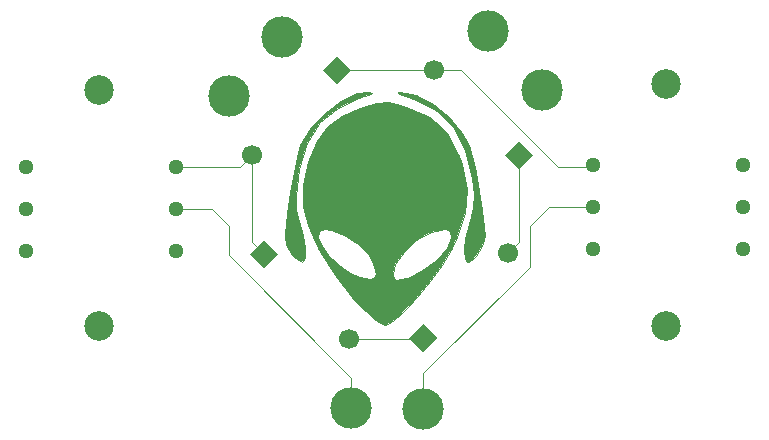
<source format=gbr>
G04 #@! TF.FileFunction,Copper,L1,Top,Signal*
%FSLAX46Y46*%
G04 Gerber Fmt 4.6, Leading zero omitted, Abs format (unit mm)*
G04 Created by KiCad (PCBNEW 4.0.2-1.fc23-product) date Wed 18 May 2016 10:01:14 AM CDT*
%MOMM*%
G01*
G04 APERTURE LIST*
%ADD10C,0.100000*%
%ADD11C,0.010000*%
%ADD12C,1.699260*%
%ADD13C,1.297940*%
%ADD14C,3.500120*%
%ADD15C,2.499360*%
%ADD16C,0.006000*%
G04 APERTURE END LIST*
D10*
D11*
G36*
X144490546Y-86749612D02*
X145053508Y-86910301D01*
X147023677Y-87801408D01*
X148501304Y-89177965D01*
X149526282Y-91081309D01*
X149758644Y-91785779D01*
X150159447Y-93906938D01*
X150033435Y-95899278D01*
X149354067Y-97969217D01*
X148824744Y-99048860D01*
X148039185Y-100341337D01*
X147050943Y-101707422D01*
X145972686Y-103019894D01*
X144917077Y-104151529D01*
X143996783Y-104975106D01*
X143324469Y-105363400D01*
X143220000Y-105377778D01*
X142692452Y-105128826D01*
X141867744Y-104467970D01*
X140901743Y-103524206D01*
X140645390Y-103246989D01*
X138978362Y-101171412D01*
X137633324Y-99026935D01*
X137162690Y-97992158D01*
X137578398Y-97992158D01*
X137908096Y-98726746D01*
X138530349Y-99552082D01*
X139359425Y-100351002D01*
X140309594Y-101006339D01*
X141136461Y-101359527D01*
X141954697Y-101544407D01*
X142328717Y-101423548D01*
X142449482Y-101077688D01*
X143925556Y-101077688D01*
X143988127Y-101515603D01*
X144303425Y-101619538D01*
X145062826Y-101434479D01*
X145228711Y-101384010D01*
X146313468Y-100868876D01*
X147420387Y-100074860D01*
X147698155Y-99817771D01*
X148458085Y-98880487D01*
X148825019Y-98051280D01*
X148766655Y-97467138D01*
X148300398Y-97263889D01*
X147113939Y-97532994D01*
X145897634Y-98231586D01*
X144838557Y-99196583D01*
X144123782Y-100264902D01*
X143925556Y-101077688D01*
X142449482Y-101077688D01*
X142450706Y-101074184D01*
X142333075Y-100370035D01*
X141895504Y-99504528D01*
X141840292Y-99424658D01*
X140969830Y-98548906D01*
X139805956Y-97794461D01*
X138641240Y-97332149D01*
X138139602Y-97263889D01*
X137626990Y-97465484D01*
X137578398Y-97992158D01*
X137162690Y-97992158D01*
X136701050Y-96977158D01*
X136298302Y-95412392D01*
X136304550Y-93563005D01*
X136735177Y-91610296D01*
X137505967Y-89825485D01*
X138416233Y-88591544D01*
X139616230Y-87696774D01*
X141111047Y-86999054D01*
X141386492Y-86910301D01*
X142567545Y-86606037D01*
X143473944Y-86552474D01*
X144490546Y-86749612D01*
X144490546Y-86749612D01*
G37*
X144490546Y-86749612D02*
X145053508Y-86910301D01*
X147023677Y-87801408D01*
X148501304Y-89177965D01*
X149526282Y-91081309D01*
X149758644Y-91785779D01*
X150159447Y-93906938D01*
X150033435Y-95899278D01*
X149354067Y-97969217D01*
X148824744Y-99048860D01*
X148039185Y-100341337D01*
X147050943Y-101707422D01*
X145972686Y-103019894D01*
X144917077Y-104151529D01*
X143996783Y-104975106D01*
X143324469Y-105363400D01*
X143220000Y-105377778D01*
X142692452Y-105128826D01*
X141867744Y-104467970D01*
X140901743Y-103524206D01*
X140645390Y-103246989D01*
X138978362Y-101171412D01*
X137633324Y-99026935D01*
X137162690Y-97992158D01*
X137578398Y-97992158D01*
X137908096Y-98726746D01*
X138530349Y-99552082D01*
X139359425Y-100351002D01*
X140309594Y-101006339D01*
X141136461Y-101359527D01*
X141954697Y-101544407D01*
X142328717Y-101423548D01*
X142449482Y-101077688D01*
X143925556Y-101077688D01*
X143988127Y-101515603D01*
X144303425Y-101619538D01*
X145062826Y-101434479D01*
X145228711Y-101384010D01*
X146313468Y-100868876D01*
X147420387Y-100074860D01*
X147698155Y-99817771D01*
X148458085Y-98880487D01*
X148825019Y-98051280D01*
X148766655Y-97467138D01*
X148300398Y-97263889D01*
X147113939Y-97532994D01*
X145897634Y-98231586D01*
X144838557Y-99196583D01*
X144123782Y-100264902D01*
X143925556Y-101077688D01*
X142449482Y-101077688D01*
X142450706Y-101074184D01*
X142333075Y-100370035D01*
X141895504Y-99504528D01*
X141840292Y-99424658D01*
X140969830Y-98548906D01*
X139805956Y-97794461D01*
X138641240Y-97332149D01*
X138139602Y-97263889D01*
X137626990Y-97465484D01*
X137578398Y-97992158D01*
X137162690Y-97992158D01*
X136701050Y-96977158D01*
X136298302Y-95412392D01*
X136304550Y-93563005D01*
X136735177Y-91610296D01*
X137505967Y-89825485D01*
X138416233Y-88591544D01*
X139616230Y-87696774D01*
X141111047Y-86999054D01*
X141386492Y-86910301D01*
X142567545Y-86606037D01*
X143473944Y-86552474D01*
X144490546Y-86749612D01*
G36*
X142170310Y-85729220D02*
X141769262Y-85943903D01*
X141223189Y-86128421D01*
X139234655Y-86999370D01*
X137739983Y-88253668D01*
X136677373Y-89970222D01*
X135985021Y-92227938D01*
X135844595Y-92995646D01*
X135673588Y-94495821D01*
X135743669Y-95650798D01*
X136006419Y-96610380D01*
X136337222Y-97800452D01*
X136495656Y-98902416D01*
X136470114Y-99726620D01*
X136248990Y-100083408D01*
X136219121Y-100086111D01*
X135776701Y-99851046D01*
X135337176Y-99440972D01*
X134902881Y-98610101D01*
X134760386Y-97765278D01*
X134835852Y-96736006D01*
X135025287Y-95302300D01*
X135288658Y-93693177D01*
X135585935Y-92137652D01*
X135877086Y-90864743D01*
X136084799Y-90188447D01*
X136898365Y-88792964D01*
X138091172Y-87502089D01*
X139482862Y-86457126D01*
X140893076Y-85799376D01*
X141883029Y-85645822D01*
X142170310Y-85729220D01*
X142170310Y-85729220D01*
G37*
X142170310Y-85729220D02*
X141769262Y-85943903D01*
X141223189Y-86128421D01*
X139234655Y-86999370D01*
X137739983Y-88253668D01*
X136677373Y-89970222D01*
X135985021Y-92227938D01*
X135844595Y-92995646D01*
X135673588Y-94495821D01*
X135743669Y-95650798D01*
X136006419Y-96610380D01*
X136337222Y-97800452D01*
X136495656Y-98902416D01*
X136470114Y-99726620D01*
X136248990Y-100083408D01*
X136219121Y-100086111D01*
X135776701Y-99851046D01*
X135337176Y-99440972D01*
X134902881Y-98610101D01*
X134760386Y-97765278D01*
X134835852Y-96736006D01*
X135025287Y-95302300D01*
X135288658Y-93693177D01*
X135585935Y-92137652D01*
X135877086Y-90864743D01*
X136084799Y-90188447D01*
X136898365Y-88792964D01*
X138091172Y-87502089D01*
X139482862Y-86457126D01*
X140893076Y-85799376D01*
X141883029Y-85645822D01*
X142170310Y-85729220D01*
G36*
X145857661Y-85906753D02*
X147279457Y-86664291D01*
X148642003Y-87777134D01*
X149764938Y-89103981D01*
X150355201Y-90188447D01*
X150615397Y-91068388D01*
X150912655Y-92420522D01*
X151207238Y-94015680D01*
X151459409Y-95624691D01*
X151629431Y-97018386D01*
X151679614Y-97826574D01*
X151478461Y-98743772D01*
X150980557Y-99571630D01*
X150361186Y-100049583D01*
X150159583Y-100086111D01*
X149990466Y-99780145D01*
X149922778Y-99072131D01*
X150043130Y-98079066D01*
X150341545Y-96887844D01*
X150433581Y-96610380D01*
X150721713Y-95494266D01*
X150756371Y-94309659D01*
X150595405Y-92995646D01*
X149998925Y-90566128D01*
X149050119Y-88700669D01*
X147687186Y-87320362D01*
X145848323Y-86346301D01*
X145216811Y-86128421D01*
X144417092Y-85837029D01*
X144307277Y-85678072D01*
X144556971Y-85645822D01*
X145857661Y-85906753D01*
X145857661Y-85906753D01*
G37*
X145857661Y-85906753D02*
X147279457Y-86664291D01*
X148642003Y-87777134D01*
X149764938Y-89103981D01*
X150355201Y-90188447D01*
X150615397Y-91068388D01*
X150912655Y-92420522D01*
X151207238Y-94015680D01*
X151459409Y-95624691D01*
X151629431Y-97018386D01*
X151679614Y-97826574D01*
X151478461Y-98743772D01*
X150980557Y-99571630D01*
X150361186Y-100049583D01*
X150159583Y-100086111D01*
X149990466Y-99780145D01*
X149922778Y-99072131D01*
X150043130Y-98079066D01*
X150341545Y-96887844D01*
X150433581Y-96610380D01*
X150721713Y-95494266D01*
X150756371Y-94309659D01*
X150595405Y-92995646D01*
X149998925Y-90566128D01*
X149050119Y-88700669D01*
X147687186Y-87320362D01*
X145848323Y-86346301D01*
X145216811Y-86128421D01*
X144417092Y-85837029D01*
X144307277Y-85678072D01*
X144556971Y-85645822D01*
X145857661Y-85906753D01*
D12*
X153682777Y-99313631D03*
D10*
G36*
X146498572Y-105296278D02*
X147700130Y-106497836D01*
X146498572Y-107699394D01*
X145297014Y-106497836D01*
X146498572Y-105296278D01*
X146498572Y-105296278D01*
G37*
D12*
X140186369Y-106582777D03*
D10*
G36*
X134203722Y-99398572D02*
X133002164Y-100600130D01*
X131800606Y-99398572D01*
X133002164Y-98197014D01*
X134203722Y-99398572D01*
X134203722Y-99398572D01*
G37*
D12*
X147413631Y-83817223D03*
D10*
G36*
X153396278Y-91001428D02*
X154597836Y-89799870D01*
X155799394Y-91001428D01*
X154597836Y-92202986D01*
X153396278Y-91001428D01*
X153396278Y-91001428D01*
G37*
D12*
X132017223Y-90986369D03*
D10*
G36*
X139201428Y-85003722D02*
X137999870Y-83802164D01*
X139201428Y-82600606D01*
X140402986Y-83802164D01*
X139201428Y-85003722D01*
X139201428Y-85003722D01*
G37*
D13*
X160850000Y-91844000D03*
X160850000Y-95400000D03*
X160850000Y-98956000D03*
X173550000Y-98956000D03*
X173550000Y-95400000D03*
X173550000Y-91844000D03*
X125550000Y-99156000D03*
X125550000Y-95600000D03*
X125550000Y-92044000D03*
X112850000Y-92044000D03*
X112850000Y-95600000D03*
X112850000Y-99156000D03*
D14*
X156500000Y-85500000D03*
X152000000Y-80500000D03*
X146500000Y-112500000D03*
X140400000Y-112400000D03*
X130000000Y-86000000D03*
X134500000Y-81000000D03*
D15*
X167000000Y-85000000D03*
X167000000Y-105500000D03*
X119000000Y-85500000D03*
X119000000Y-105500000D03*
D16*
X154597836Y-91001428D02*
X154597836Y-98398572D01*
X154597836Y-98398572D02*
X153682777Y-99313631D01*
X140186369Y-106582777D02*
X146413631Y-106582777D01*
X146413631Y-106582777D02*
X146498572Y-106497836D01*
X132017223Y-90986369D02*
X132013631Y-90986369D01*
X132013631Y-90986369D02*
X130956000Y-92044000D01*
X130956000Y-92044000D02*
X125550000Y-92044000D01*
X132017223Y-90986369D02*
X132017223Y-98413631D01*
X132017223Y-98413631D02*
X133002164Y-99398572D01*
X147413631Y-83817223D02*
X149682777Y-83817223D01*
X157865554Y-92000000D02*
X160694000Y-92000000D01*
X149682777Y-83817223D02*
X157865554Y-92000000D01*
X160694000Y-92000000D02*
X160850000Y-91844000D01*
X139201428Y-83802164D02*
X147398572Y-83802164D01*
X147398572Y-83802164D02*
X147413631Y-83817223D01*
X146500000Y-112500000D02*
X146500000Y-109500000D01*
X157100000Y-95400000D02*
X160850000Y-95400000D01*
X155500000Y-97000000D02*
X157100000Y-95400000D01*
X155500000Y-100500000D02*
X155500000Y-97000000D01*
X146500000Y-109500000D02*
X155500000Y-100500000D01*
X140400000Y-112400000D02*
X140400000Y-109900000D01*
X128600000Y-95600000D02*
X125550000Y-95600000D01*
X130000000Y-97000000D02*
X128600000Y-95600000D01*
X130000000Y-99500000D02*
X130000000Y-97000000D01*
X140400000Y-109900000D02*
X130000000Y-99500000D01*
M02*

</source>
